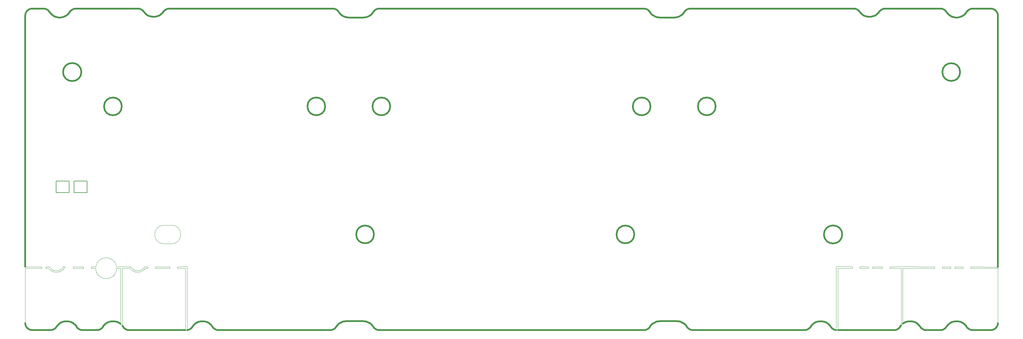
<source format=gbr>
%TF.GenerationSoftware,KiCad,Pcbnew,8.99.0-2194-gb3b7cbcab2*%
%TF.CreationDate,2024-09-18T03:31:56+07:00*%
%TF.ProjectId,Sebas_nuxros,53656261-735f-46e7-9578-726f732e6b69,rev?*%
%TF.SameCoordinates,Original*%
%TF.FileFunction,Profile,NP*%
%FSLAX46Y46*%
G04 Gerber Fmt 4.6, Leading zero omitted, Abs format (unit mm)*
G04 Created by KiCad (PCBNEW 8.99.0-2194-gb3b7cbcab2) date 2024-09-18 03:31:56*
%MOMM*%
%LPD*%
G01*
G04 APERTURE LIST*
%TA.AperFunction,Profile*%
%ADD10C,0.500000*%
%TD*%
%TA.AperFunction,Profile*%
%ADD11C,0.050000*%
%TD*%
%TA.AperFunction,Profile*%
%ADD12C,0.010000*%
%TD*%
%TA.AperFunction,Profile*%
%ADD13C,0.100000*%
%TD*%
%TA.AperFunction,Profile*%
%ADD14C,0.150000*%
%TD*%
G04 APERTURE END LIST*
D10*
X276519946Y-26204948D02*
X276858729Y-26051525D01*
X285322514Y-118070003D02*
X280902502Y-118070003D01*
X276517953Y-115736839D02*
X276164936Y-115620327D01*
X39450464Y-26168734D02*
X39821636Y-26229107D01*
X10330397Y-118049246D02*
X10042968Y-118070003D01*
X272742664Y-116551493D02*
X272497347Y-116830807D01*
X25158153Y-117366861D02*
X24955966Y-117572214D01*
X231373641Y-117987398D02*
X231092175Y-118049248D01*
X204711220Y-52493851D02*
G75*
G02*
X199511220Y-52493851I-2600000J0D01*
G01*
X199511220Y-52493851D02*
G75*
G02*
X204711220Y-52493851I2600000J0D01*
G01*
X58571418Y-117987376D02*
X58301766Y-117885715D01*
X103067539Y-26098765D02*
X103411152Y-25908766D01*
X279617323Y-23890773D02*
X279904878Y-23870003D01*
X185652400Y-52503851D02*
G75*
G02*
X180452400Y-52503851I-2600000J0D01*
G01*
X180452400Y-52503851D02*
G75*
G02*
X185652400Y-52503851I2600000J0D01*
G01*
X10611859Y-117987397D02*
X10330397Y-118049246D01*
X276858729Y-26051525D02*
X277179321Y-25863020D01*
X8040138Y-23870003D02*
X8327691Y-23890752D01*
X270877334Y-118049241D02*
X270589903Y-118070003D01*
X239026203Y-117746362D02*
X238796608Y-117572197D01*
X264989108Y-117572197D02*
X264786926Y-117366843D01*
X233231061Y-116299774D02*
X232957503Y-116551493D01*
X185924777Y-116522134D02*
X185663252Y-116814649D01*
X195933628Y-24368470D02*
X196163302Y-24194087D01*
X246865516Y-24735205D02*
X247095214Y-25032951D01*
X193372012Y-115497545D02*
X188399065Y-115497641D01*
X3541221Y-24187495D02*
X3791672Y-24050738D01*
X260042773Y-115890137D02*
X259722274Y-116078490D01*
X104285569Y-25126906D02*
X104512668Y-24806601D01*
X50918842Y-117746348D02*
X50666601Y-117885709D01*
X50666601Y-117885709D02*
X50396951Y-117987374D01*
X4622502Y-23870003D02*
X8040138Y-23870003D01*
X239548097Y-117987388D02*
X239278445Y-117885724D01*
X285607143Y-118049644D02*
X285322514Y-118070003D01*
X93259556Y-23952697D02*
X93529368Y-24054498D01*
X279904878Y-23870003D02*
X285322514Y-23870003D01*
X30222779Y-116078490D02*
X29902281Y-115890136D01*
X261467492Y-115502485D02*
X261097842Y-115541914D01*
X39821636Y-26229107D02*
X40197144Y-26249309D01*
X287141781Y-25039168D02*
X287241502Y-25306535D01*
X24726366Y-117746378D02*
X24474119Y-117885736D01*
X26681093Y-115890136D02*
X26360594Y-116078490D01*
X105111311Y-117746344D02*
X104881716Y-117572189D01*
D11*
X250600000Y-100000000D02*
X250600000Y-99500000D01*
D10*
X194150630Y-115585232D02*
X193763782Y-115519531D01*
X247095214Y-25032951D02*
X247355531Y-25304335D01*
X271680691Y-117746361D02*
X271428449Y-117885722D01*
X104885428Y-24368471D02*
X105115101Y-24194088D01*
D11*
X9600000Y-99500000D02*
X8600000Y-99500000D01*
D10*
X36473897Y-24039460D02*
X36718404Y-24167915D01*
X37315093Y-24735205D02*
X37544791Y-25032951D01*
X285885977Y-117988986D02*
X285607143Y-118049644D01*
X270877690Y-23890795D02*
X271159264Y-23952704D01*
X49502502Y-118070003D02*
X32947811Y-118070003D01*
X15661287Y-24806162D02*
X15831854Y-24573731D01*
X41656125Y-25930720D02*
X41989030Y-25755826D01*
X273636290Y-26051524D02*
X273975073Y-26204947D01*
X286632229Y-117581497D02*
X286403791Y-117752505D01*
X43079194Y-24735205D02*
X43251218Y-24519121D01*
D11*
X268800000Y-99500000D02*
X268800000Y-100000000D01*
D10*
X56415279Y-116078490D02*
X56094781Y-115890136D01*
X185659411Y-25126930D02*
X185920958Y-25419786D01*
X195846377Y-116522096D02*
X195553741Y-116260693D01*
X28105813Y-115502484D02*
X27736162Y-115541913D01*
X2803240Y-116900830D02*
X2703518Y-116633466D01*
X246493297Y-24328844D02*
X246693469Y-24519144D01*
X23635562Y-118070003D02*
X19355122Y-118070003D01*
X2939997Y-24788721D02*
X3111004Y-24560281D01*
X286153340Y-117889263D02*
X285885977Y-117988986D01*
X256602502Y-118090003D02*
X257284675Y-118049248D01*
X194890229Y-115843936D02*
X194527692Y-115693822D01*
X188396604Y-26445655D02*
X192596604Y-26445655D01*
X250856800Y-26068887D02*
X251206548Y-25930720D01*
X279335743Y-23952672D02*
X279617323Y-23890773D01*
D12*
X50002502Y-99490003D02*
X50002502Y-118057398D01*
D10*
X14143529Y-115541987D02*
X13780151Y-115620398D01*
X41306377Y-26068887D02*
X41656125Y-25930720D01*
X264616355Y-117134564D02*
X264402046Y-116830807D01*
X258690378Y-117134564D02*
X258519816Y-117366850D01*
X271681329Y-24193923D02*
X271910974Y-24368221D01*
X25788323Y-116551493D02*
X25543006Y-116830807D01*
X4059038Y-117988979D02*
X3791674Y-117889258D01*
X258519816Y-117366850D02*
X258317636Y-117572208D01*
X93439021Y-117366836D02*
X93236837Y-117572185D01*
X8609269Y-23952664D02*
X8879019Y-24054416D01*
X264786926Y-117366843D02*
X264616355Y-117134564D01*
X273974102Y-115736839D02*
X273635434Y-115890137D01*
X40943824Y-26168734D02*
X41306377Y-26068887D01*
X265218703Y-117746362D02*
X264989108Y-117572197D01*
X94611248Y-25126903D02*
X94872788Y-25419763D01*
X32660381Y-118049229D02*
X32378918Y-117987376D01*
D11*
X7400000Y-99500000D02*
X7400000Y-100002077D01*
D10*
X242282502Y-118050003D02*
X240502502Y-118066443D01*
X3312783Y-117581495D02*
X3111006Y-117379719D01*
X25543006Y-116830807D02*
X25328698Y-117134564D01*
D13*
X33400000Y-99500000D02*
X30502502Y-99490003D01*
D10*
X31040368Y-116830806D02*
X31002502Y-116787693D01*
X2642860Y-116354632D02*
X2622502Y-116070003D01*
X286632239Y-24358492D02*
X286834017Y-24560272D01*
X263584458Y-116078491D02*
X263263960Y-115890137D01*
X287241502Y-25306535D02*
X287302158Y-25585372D01*
X183743000Y-118070003D02*
X106202079Y-118070003D01*
X193753019Y-26249103D02*
X194115755Y-26098792D01*
X277751694Y-25389652D02*
X277997014Y-25110133D01*
X273975073Y-26204947D02*
X274328224Y-26321557D01*
X248288586Y-25930719D02*
X248638334Y-26068887D01*
X37544791Y-25032951D02*
X37805108Y-25304335D01*
X105633198Y-117987354D02*
X105363551Y-117885696D01*
X287241492Y-116633466D02*
X287141770Y-116900830D01*
X10466917Y-25641562D02*
X10765696Y-25863020D01*
X195731420Y-24574069D02*
X195933628Y-24368470D01*
X31857024Y-117746356D02*
X31627428Y-117572193D01*
X32378918Y-117987376D02*
X32109266Y-117885715D01*
D11*
X37800000Y-100000000D02*
G75*
G02*
X33200000Y-100000000I-2300000J1700000D01*
G01*
D10*
X13969943Y-26204948D02*
X14308726Y-26051525D01*
X180890000Y-90040000D02*
G75*
G02*
X175690000Y-90040000I-2600000J0D01*
G01*
X175690000Y-90040000D02*
G75*
G02*
X180890000Y-90040000I2600000J0D01*
G01*
X56094781Y-115890136D02*
X55756113Y-115736838D01*
X11778221Y-26321557D02*
X12141750Y-26400035D01*
X245218630Y-23870003D02*
X245494164Y-23889091D01*
X278584021Y-24368192D02*
X278813667Y-24193888D01*
D11*
X45425000Y-87350000D02*
X43225000Y-87350000D01*
D10*
X278209016Y-117134564D02*
X277994709Y-116830806D01*
X196967114Y-23890801D02*
X197254736Y-23870003D01*
X52553094Y-116078490D02*
X52254381Y-116299774D01*
X274327119Y-115620327D02*
X273974102Y-115736839D01*
X59140311Y-118070003D02*
X58852881Y-118049229D01*
X2703519Y-25306538D02*
X2803240Y-25039173D01*
D11*
X14300000Y-99500000D02*
X13800000Y-99500000D01*
D10*
X2703518Y-116633466D02*
X2642860Y-116354632D01*
X247643461Y-25546224D02*
X247955681Y-25755825D01*
X196415665Y-24054545D02*
X196685472Y-23952744D01*
X287322514Y-116070003D02*
X287302149Y-116354632D01*
X198028205Y-118070003D02*
X197740774Y-118049234D01*
D11*
X277200000Y-99500000D02*
X277200000Y-100000000D01*
D10*
X19355122Y-118070003D02*
X19067693Y-118049267D01*
X15254561Y-115541987D02*
X14884916Y-115502560D01*
X184829929Y-24194048D02*
X185059603Y-24368440D01*
X14513174Y-115502560D02*
X14143529Y-115541987D01*
X272113174Y-24573724D02*
X272283729Y-24806162D01*
D11*
X274700000Y-100000000D02*
X274700000Y-99500000D01*
D10*
X194527692Y-115693822D02*
X194150630Y-115585232D01*
X43675869Y-24167898D02*
X43920380Y-24039446D01*
X31254675Y-117134564D02*
X31040368Y-116830806D01*
X17447694Y-116830842D02*
X17202377Y-116551536D01*
D11*
X45425000Y-87350000D02*
G75*
G02*
X45425000Y-92775000I0J-2712500D01*
G01*
D10*
X109452400Y-52503851D02*
G75*
G02*
X104252400Y-52503851I-2600000J0D01*
G01*
X104252400Y-52503851D02*
G75*
G02*
X109452400Y-52503851I2600000J0D01*
G01*
X3791672Y-24050738D02*
X4059037Y-23951016D01*
X104281783Y-116814656D02*
X104020257Y-116522147D01*
X287302158Y-25585372D02*
X287322514Y-25870003D01*
X29210595Y-115620326D02*
X28847211Y-115541913D01*
X10042968Y-118070003D02*
X4622502Y-118070003D01*
X273016920Y-25641562D02*
X273315699Y-25863020D01*
X25328698Y-117134564D02*
X25158153Y-117366861D01*
X18516580Y-117885752D02*
X18264340Y-117746392D01*
X196685472Y-23952744D02*
X196967114Y-23890801D01*
X42849496Y-25032951D02*
X43079194Y-24735205D01*
X194115755Y-26098792D02*
X194459372Y-25908795D01*
X184311883Y-117987390D02*
X184030425Y-118049242D01*
X40572651Y-26229107D02*
X40943824Y-26168734D01*
D11*
X23254905Y-99500751D02*
G75*
G02*
X29325000Y-99500000I3035105J-464919D01*
G01*
D10*
X188007305Y-115519570D02*
X187620468Y-115585273D01*
X92485351Y-117987374D02*
X92203891Y-118049233D01*
X23922996Y-118049246D02*
X23635562Y-118070003D01*
D11*
X246900000Y-100000000D02*
X249500000Y-100000000D01*
D10*
X249372059Y-26229107D02*
X249747567Y-26249309D01*
X266022061Y-118049243D02*
X265740597Y-117987388D01*
X104679531Y-117366847D02*
X104508954Y-117134582D01*
X197189659Y-117885718D02*
X196937417Y-117746358D01*
X13427139Y-115736907D02*
X13088475Y-115890200D01*
X27019761Y-115736839D02*
X26681093Y-115890136D01*
X188004575Y-26423631D02*
X188396604Y-26445655D01*
X286834017Y-24560272D02*
X287005024Y-24788714D01*
X2642863Y-25585373D02*
X2703519Y-25306538D01*
X55403095Y-115620326D02*
X55039711Y-115541913D01*
X51735506Y-116830807D02*
X51521198Y-117134564D01*
X271158797Y-117987386D02*
X270877334Y-118049241D01*
X192596604Y-26445655D02*
X192988633Y-26423626D01*
X94098268Y-116522096D02*
X93836740Y-116814612D01*
X286153347Y-24050723D02*
X286403799Y-24187482D01*
X29902281Y-115890136D02*
X29563613Y-115736838D01*
X43451388Y-24328813D02*
X43675869Y-24167898D01*
X259722274Y-116078490D02*
X259502502Y-116241296D01*
X195553741Y-116260693D02*
X195233684Y-116033688D01*
X277177120Y-116078490D02*
X276856622Y-115890137D01*
X101545986Y-115497595D02*
X96572587Y-115497545D01*
X233529774Y-116078490D02*
X233231061Y-116299774D01*
X250123074Y-26229107D02*
X250494247Y-26168734D01*
X106202079Y-118070003D02*
X105914655Y-118049207D01*
X16263690Y-24193919D02*
X16516005Y-24054444D01*
X51521198Y-117134564D02*
X51350621Y-117366836D01*
X11950396Y-116830842D02*
X11736087Y-117134591D01*
X43251218Y-24519121D02*
X43451388Y-24328813D01*
X286834006Y-117379720D02*
X286632229Y-117581497D01*
X287005013Y-117151281D02*
X286834006Y-117379720D01*
X93529368Y-24054498D02*
X93781734Y-24194046D01*
X24474119Y-117885736D02*
X24204463Y-117987396D01*
X194459372Y-25908795D02*
X194779544Y-25681505D01*
X263263960Y-115890137D02*
X262925292Y-115736839D01*
X92690279Y-23870003D02*
X92977907Y-23890758D01*
X273635434Y-115890137D02*
X273314935Y-116078491D01*
X245764443Y-23945942D02*
X246024313Y-24039484D01*
X231643296Y-117885737D02*
X231373641Y-117987398D01*
X185059603Y-24368440D02*
X185261807Y-24574050D01*
X183738473Y-23870003D02*
X184026101Y-23890762D01*
X235274993Y-115502484D02*
X234905342Y-115541913D01*
D13*
X259002502Y-100000000D02*
X259002502Y-116719435D01*
D10*
X53212261Y-115736839D02*
X52873593Y-115890136D01*
D13*
X259502502Y-116241296D02*
X259502502Y-100000000D01*
D10*
X253001829Y-24328832D02*
X253226307Y-24167918D01*
X287322514Y-25870003D02*
X287300000Y-99600000D01*
X104690001Y-90040000D02*
G75*
G02*
X99490001Y-90040000I-2600000J0D01*
G01*
X99490001Y-90040000D02*
G75*
G02*
X104690001Y-90040000I2600000J0D01*
G01*
X259002502Y-116719435D02*
X258904686Y-116830807D01*
X30502502Y-116285706D02*
X30222779Y-116078490D01*
X238209548Y-116830806D02*
X237964231Y-116551493D01*
D11*
X37600000Y-99500000D02*
G75*
G02*
X33400000Y-99500000I-2100000J1200001D01*
G01*
D10*
X230804742Y-118070003D02*
X198028205Y-118070003D01*
X3111004Y-24560281D02*
X3312781Y-24358503D01*
X57617746Y-117366841D02*
X57447175Y-117134564D01*
X103727633Y-116260750D02*
X103407589Y-116033750D01*
X262208891Y-115541914D02*
X261839240Y-115502485D01*
X93609598Y-117134564D02*
X93439021Y-117366836D01*
X2939998Y-117151280D02*
X2803240Y-116900830D01*
X12141750Y-26400035D02*
X12511555Y-26439497D01*
D11*
X40700000Y-100000000D02*
X44900000Y-100000000D01*
D10*
X279333246Y-117987437D02*
X279063589Y-117885770D01*
X231092175Y-118049248D02*
X230804742Y-118070003D01*
X272497347Y-116830807D02*
X272283039Y-117134564D01*
X234188941Y-115736839D02*
X233850273Y-115890136D01*
D13*
X31000000Y-100000000D02*
X31002502Y-116787693D01*
D10*
X270589903Y-118070003D02*
X266309492Y-118070003D01*
X247955681Y-25755825D02*
X248288586Y-25930719D01*
X92755001Y-117885709D02*
X92485351Y-117987374D01*
X52873593Y-115890136D02*
X52553094Y-116078490D01*
X247355531Y-25304335D02*
X247643461Y-25546224D01*
X37805108Y-25304335D02*
X38093038Y-25546224D01*
X265740597Y-117987388D02*
X265470945Y-117885724D01*
X103407589Y-116033750D02*
X103064147Y-115844001D01*
X280902502Y-118070003D02*
X279902152Y-118070003D01*
X250494247Y-26168734D02*
X250856800Y-26068887D01*
X251539453Y-25755826D02*
X251851673Y-25546224D01*
D11*
X273500000Y-100000000D02*
X271100000Y-100000000D01*
D10*
X253470814Y-24039465D02*
X253730686Y-23945922D01*
X95416926Y-115693825D02*
X95054396Y-115843939D01*
D11*
X279400000Y-100000000D02*
X287300000Y-100000000D01*
D10*
X277994709Y-116830806D02*
X277749392Y-116551493D01*
X276856622Y-115890137D02*
X276517953Y-115736839D01*
X251851673Y-25546224D02*
X252139603Y-25304335D01*
X27736162Y-115541913D02*
X27372778Y-115620326D01*
X29563613Y-115736838D02*
X29210595Y-115620326D01*
X10193322Y-25389652D02*
X10466917Y-25641562D01*
X38738163Y-25930719D02*
X39087911Y-26068887D01*
X19005000Y-42435000D02*
G75*
G02*
X13705000Y-42435000I-2650000J0D01*
G01*
X13705000Y-42435000D02*
G75*
G02*
X19005000Y-42435000I2650000J0D01*
G01*
X258904686Y-116830807D02*
X258690378Y-117134564D01*
X28847211Y-115541913D02*
X28477561Y-115502484D01*
X101937743Y-115519588D02*
X101545986Y-115497595D01*
X248638334Y-26068887D02*
X249000887Y-26168734D01*
D11*
X14300000Y-99500000D02*
G75*
G02*
X9397190Y-100002077I-2600000J1200000D01*
G01*
X44900000Y-99500000D02*
X40700000Y-99500000D01*
D10*
X3791674Y-117889258D02*
X3541223Y-117752502D01*
X275061558Y-26439497D02*
X275433462Y-26439497D01*
X254000968Y-23889073D02*
X254276504Y-23870003D01*
D11*
X44900000Y-100000000D02*
X44900000Y-99500000D01*
D10*
X91916462Y-118070003D02*
X59140311Y-118070003D01*
X12767980Y-116078548D02*
X12469270Y-116299825D01*
X44180256Y-23945906D02*
X44450542Y-23889064D01*
X286403799Y-24187482D02*
X286632239Y-24358492D01*
X237690673Y-116299774D02*
X237391959Y-116078490D01*
D13*
X240502502Y-118066443D02*
X240502502Y-100000000D01*
D10*
X12883459Y-26439497D02*
X13253263Y-26400035D01*
D11*
X249500000Y-99500000D02*
X246900000Y-99490003D01*
D10*
X274691753Y-26400035D02*
X275061558Y-26439497D01*
D11*
X49502502Y-100000000D02*
X47100000Y-100000000D01*
D10*
X279614715Y-118049291D02*
X279333246Y-117987437D01*
X50115491Y-118049233D02*
X50002502Y-118057398D01*
X254276504Y-23870003D02*
X270590141Y-23870003D01*
X13253263Y-26400035D02*
X13616793Y-26321557D01*
X274328224Y-26321557D02*
X274691753Y-26400035D01*
D11*
X250600000Y-99500000D02*
X253500000Y-99500000D01*
D10*
X36718404Y-24167915D02*
X36942882Y-24328830D01*
X39087911Y-26068887D02*
X39450464Y-26168734D01*
X93236837Y-117572185D02*
X93007242Y-117746348D01*
D11*
X45425000Y-92775000D02*
X43225000Y-92775000D01*
X273500000Y-99500000D02*
X273500000Y-100000000D01*
D10*
X186213661Y-25681504D02*
X186533836Y-25908791D01*
X9733726Y-24806162D02*
X9948002Y-25110133D01*
X16516005Y-24054444D02*
X16785752Y-23952695D01*
D11*
X271100000Y-100000000D02*
X271100000Y-99500000D01*
D10*
X103731323Y-25681478D02*
X104024023Y-25419760D01*
D11*
X259002502Y-100000000D02*
X255700000Y-100000000D01*
D10*
X2622502Y-25870003D02*
X2642863Y-25585373D01*
X51350621Y-117366836D02*
X51148437Y-117572185D01*
X11086287Y-26051524D02*
X11425070Y-26204947D01*
X260381441Y-115736839D02*
X260042773Y-115890137D01*
X197459311Y-117987380D02*
X197189659Y-117885718D01*
X238796608Y-117572197D02*
X238594426Y-117366843D01*
X279063589Y-117885770D02*
X278811345Y-117746401D01*
X3541223Y-117752502D02*
X3312783Y-117581495D01*
X95485654Y-25908775D02*
X95829268Y-26098773D01*
X232497878Y-117134564D02*
X232327316Y-117366850D01*
D11*
X2600000Y-100000000D02*
X2622502Y-116070003D01*
D10*
X272112469Y-117366843D02*
X271910287Y-117572196D01*
X278211290Y-24806162D02*
X278381823Y-24573704D01*
D11*
X38500000Y-99500000D02*
X38500000Y-100000000D01*
D10*
X252801659Y-24519137D02*
X253001829Y-24328832D01*
X16309615Y-115890200D02*
X15970951Y-115736907D01*
X95829268Y-26098773D02*
X96192000Y-26249088D01*
D11*
X253500000Y-100000000D02*
X250600000Y-100000000D01*
D10*
X272743325Y-25389652D02*
X273016920Y-25641562D01*
X271159264Y-23952704D02*
X271429012Y-24054451D01*
X14928097Y-25641563D02*
X15201691Y-25389652D01*
X17202377Y-116551536D02*
X16928820Y-116299825D01*
X195560870Y-24806604D02*
X195731420Y-24574069D01*
X101940431Y-26423631D02*
X102327522Y-26357827D01*
X185265545Y-117366871D02*
X185063363Y-117572217D01*
X90415615Y-52495005D02*
G75*
G02*
X85215615Y-52495005I-2600000J0D01*
G01*
X85215615Y-52495005D02*
G75*
G02*
X90415615Y-52495005I2600000J0D01*
G01*
X193763782Y-115519531D02*
X193372012Y-115497545D01*
X96956380Y-26423623D02*
X97348406Y-26445647D01*
X245494164Y-23889091D02*
X245764443Y-23945942D01*
X57232868Y-116830806D02*
X56987551Y-116551493D01*
X11363352Y-117572227D02*
X11133755Y-117746385D01*
X105363551Y-117885696D02*
X105111311Y-117746344D01*
X196937417Y-117746358D02*
X196707821Y-117572194D01*
X58852881Y-118049229D02*
X58571418Y-117987376D01*
X285322514Y-23870003D02*
X285607145Y-23890339D01*
X9563178Y-24573714D02*
X9733726Y-24806162D01*
X286403791Y-117752505D02*
X286153340Y-117889263D01*
X264402046Y-116830807D02*
X264156730Y-116551494D01*
X104020257Y-116522147D02*
X103727633Y-116260750D01*
X231895540Y-117746376D02*
X231643296Y-117885737D01*
X30871166Y-52503818D02*
G75*
G02*
X25671166Y-52503818I-2600000J0D01*
G01*
X25671166Y-52503818D02*
G75*
G02*
X30871166Y-52503818I2600000J0D01*
G01*
D11*
X30502502Y-100000000D02*
X29340203Y-100000000D01*
D10*
X11565537Y-117366879D02*
X11363352Y-117572227D01*
X265470945Y-117885724D02*
X265218703Y-117746362D01*
X275801552Y-115541914D02*
X275431902Y-115502485D01*
X11425070Y-26204947D02*
X11778221Y-26321557D01*
X234905342Y-115541913D02*
X234541958Y-115620326D01*
X233850273Y-115890136D02*
X233529774Y-116078490D01*
X17662003Y-117134591D02*
X17447694Y-116830842D01*
X4337873Y-118049635D02*
X4059038Y-117988979D01*
X38405258Y-25755825D02*
X38738163Y-25930719D01*
X54670061Y-115502484D02*
X54298313Y-115502484D01*
X16034049Y-24368222D02*
X16263690Y-24193919D01*
X56987551Y-116551493D02*
X56713993Y-116299774D01*
X273314935Y-116078491D02*
X273016222Y-116299775D01*
X54298313Y-115502484D02*
X53928662Y-115541913D01*
X18034747Y-117572226D02*
X17832569Y-117366871D01*
D11*
X279400000Y-99500000D02*
X279400000Y-100000000D01*
D10*
X271429012Y-24054451D02*
X271681329Y-24193923D01*
X4337872Y-23890360D02*
X4622502Y-23870003D01*
X185920958Y-25419786D02*
X186213661Y-25681504D01*
X9360981Y-24368201D02*
X9563178Y-24573714D01*
X253226307Y-24167918D02*
X253470814Y-24039465D01*
X41989030Y-25755826D02*
X42301250Y-25546224D01*
X186880891Y-115843978D02*
X186537446Y-116033730D01*
X276280039Y-42435000D02*
G75*
G02*
X271080039Y-42435000I-2600000J0D01*
G01*
X271080039Y-42435000D02*
G75*
G02*
X276280039Y-42435000I2600000J0D01*
G01*
D11*
X13800000Y-99500000D02*
G75*
G02*
X9600000Y-99500000I-2100000J1200001D01*
G01*
D10*
X18264340Y-117746392D02*
X18034747Y-117572226D01*
X105367463Y-24054546D02*
X105637269Y-23952745D01*
X4622502Y-118070003D02*
X4337873Y-118049635D01*
X12195713Y-116551536D02*
X11950396Y-116830842D01*
X185432339Y-24806604D02*
X185659411Y-25126930D01*
D11*
X240502502Y-100000000D02*
X244700000Y-100000000D01*
X38500000Y-100000000D02*
X37800000Y-100000000D01*
D10*
X196107913Y-116814613D02*
X195846377Y-116522096D01*
D11*
X255700000Y-99500000D02*
X259002502Y-99490003D01*
X7400000Y-99500000D02*
X2600000Y-99500000D01*
D10*
X232125136Y-117572208D02*
X231895540Y-117746376D01*
X26360594Y-116078490D02*
X26061881Y-116299774D01*
X31425246Y-117366841D02*
X31254675Y-117134564D01*
X239278445Y-117885724D02*
X239026203Y-117746362D01*
X51148437Y-117572185D02*
X50918842Y-117746348D01*
X42301250Y-25546224D02*
X42589180Y-25304335D01*
X9948002Y-25110133D02*
X10193322Y-25389652D01*
X184833770Y-117746375D02*
X184581531Y-117885731D01*
X94384143Y-24806601D02*
X94611248Y-25126903D01*
X55756113Y-115736838D02*
X55403095Y-115620326D01*
X103411152Y-25908766D02*
X103731323Y-25681478D01*
X185663252Y-116814649D02*
X185436115Y-117134599D01*
X50396951Y-117987374D02*
X50115491Y-118049233D01*
X16928820Y-116299825D02*
X16630110Y-116078548D01*
X195233684Y-116033688D02*
X194890229Y-115843936D01*
D11*
X259502502Y-100000000D02*
X268800000Y-100000000D01*
D10*
X279065989Y-24054416D02*
X279335743Y-23952672D01*
X97348406Y-26445647D02*
X101548406Y-26445647D01*
X104881716Y-117572189D02*
X104679531Y-117366847D01*
X195072242Y-25419781D02*
X195333781Y-25126919D01*
X56713993Y-116299774D02*
X56415279Y-116078490D01*
X287141770Y-116900830D02*
X287005013Y-117151281D01*
X102704807Y-26249082D02*
X103067539Y-26098765D01*
X102327522Y-26357827D02*
X102704807Y-26249082D01*
X13616793Y-26321557D02*
X13969943Y-26204948D01*
X52254381Y-116299774D02*
X51980823Y-116551493D01*
D11*
X43225000Y-92775000D02*
G75*
G02*
X43225000Y-87350000I0J2712500D01*
G01*
X279400000Y-99500000D02*
X287300000Y-99600000D01*
D10*
X53928662Y-115541913D02*
X53565278Y-115620326D01*
D13*
X30502502Y-116285706D02*
X30502502Y-100000000D01*
D10*
X42589180Y-25304335D02*
X42849496Y-25032951D01*
X187617480Y-26357837D02*
X188004575Y-26423631D01*
X43920380Y-24039446D02*
X44180256Y-23945906D01*
D13*
X240002502Y-99490003D02*
X240002502Y-118061734D01*
D10*
X10881511Y-117885740D02*
X10611859Y-117987397D01*
X96569287Y-26357828D02*
X96956380Y-26423623D01*
X252629617Y-24735205D02*
X252801659Y-24519137D01*
X104024023Y-25419760D02*
X104285569Y-25126906D01*
X44726081Y-23870003D02*
X92690279Y-23870003D01*
X17832569Y-117366871D02*
X17662003Y-117134591D01*
D13*
X50002502Y-99490003D02*
X49502502Y-99490003D01*
D11*
X23254905Y-99500751D02*
X21900000Y-99500000D01*
D10*
X246693469Y-24519144D02*
X246865516Y-24735205D01*
X58301766Y-117885715D02*
X58049524Y-117746356D01*
X36214025Y-23945915D02*
X36473897Y-24039460D01*
D11*
X47100000Y-99500000D02*
X49502502Y-99490003D01*
D10*
X241736775Y-90051263D02*
G75*
G02*
X236436775Y-90051263I-2650000J0D01*
G01*
X236436775Y-90051263D02*
G75*
G02*
X241736775Y-90051263I2650000J0D01*
G01*
X272498005Y-25110133D02*
X272743325Y-25389652D01*
X236379775Y-115620326D02*
X236016391Y-115541913D01*
D11*
X287300000Y-100000000D02*
X287322514Y-116070003D01*
X33200000Y-100000000D02*
X31000000Y-100000000D01*
D10*
X196335068Y-117134564D02*
X196107913Y-116814613D01*
X260734458Y-115620327D02*
X260381441Y-115736839D01*
X188399065Y-115497641D02*
X188007305Y-115519570D01*
X278379576Y-117366857D02*
X278209016Y-117134564D01*
X92977907Y-23890758D02*
X93259556Y-23952697D01*
X104508954Y-117134582D02*
X104281783Y-116814656D01*
X271428449Y-117885722D02*
X271158797Y-117987386D01*
X186877454Y-26098787D02*
X187240190Y-26249099D01*
X273016222Y-116299775D02*
X272742664Y-116551493D01*
X15617939Y-115620398D02*
X15254561Y-115541987D01*
X272283039Y-117134564D02*
X272112469Y-117366843D01*
X253730686Y-23945922D02*
X254000968Y-23889073D01*
X12511555Y-26439497D02*
X12883459Y-26439497D01*
D11*
X246900000Y-99490003D02*
X246900000Y-100000000D01*
D10*
X285607145Y-23890339D02*
X285885982Y-23950999D01*
X96180823Y-115519535D02*
X95793982Y-115585236D01*
X44450542Y-23889064D02*
X44726081Y-23870003D01*
X239829561Y-118049243D02*
X239548097Y-117987388D01*
X58049524Y-117746356D02*
X57819928Y-117572193D01*
X16630110Y-116078548D02*
X16309615Y-115890200D01*
X278581751Y-117572225D02*
X278379576Y-117366857D01*
X95054396Y-115843939D02*
X94710947Y-116033690D01*
X238594426Y-117366843D02*
X238423855Y-117134564D01*
X26061881Y-116299774D02*
X25788323Y-116551493D01*
X184030425Y-118049242D02*
X183743000Y-118070003D01*
X16785752Y-23952695D02*
X17067326Y-23890786D01*
X236016391Y-115541913D02*
X235646741Y-115502484D01*
D13*
X49502502Y-118070003D02*
X49502502Y-100000000D01*
D10*
X258088040Y-117746376D02*
X257835796Y-117885737D01*
X270590141Y-23870003D02*
X270877690Y-23890795D01*
D11*
X30502502Y-99490003D02*
X29325000Y-99500000D01*
D10*
X15831854Y-24573731D02*
X16034049Y-24368222D01*
X8327691Y-23890752D02*
X8609269Y-23952664D01*
X232957503Y-116551493D02*
X232712186Y-116830807D01*
X19067693Y-118049267D02*
X18786231Y-117987415D01*
D11*
X19725000Y-100000000D02*
X16600000Y-100000000D01*
D10*
X184026101Y-23890762D02*
X184307750Y-23952700D01*
X236732793Y-115736838D02*
X236379775Y-115620326D01*
D11*
X7400000Y-100002077D02*
X2600000Y-100000000D01*
D10*
X271910974Y-24368221D02*
X272113174Y-24573724D01*
X196505639Y-117366842D02*
X196335068Y-117134564D01*
X10765696Y-25863020D02*
X11086287Y-26051524D01*
X31627428Y-117572193D02*
X31425246Y-117366841D01*
X277475834Y-116299774D02*
X277177120Y-116078490D01*
X13780151Y-115620398D02*
X13427139Y-115736907D01*
X262572275Y-115620327D02*
X262208891Y-115541914D01*
X2803240Y-25039173D02*
X2939997Y-24788721D01*
X185063363Y-117572217D02*
X184833770Y-117746375D01*
D11*
X244700000Y-99490003D02*
X244700000Y-100000000D01*
D10*
X14308726Y-26051525D02*
X14629318Y-25863020D01*
D11*
X19725000Y-99500000D02*
X19725000Y-100000000D01*
D10*
X105918910Y-23890801D02*
X106206532Y-23870003D01*
X93836740Y-116814612D02*
X93609598Y-117134564D01*
X277997014Y-25110133D02*
X278211290Y-24806162D01*
X102701624Y-115693886D02*
X102324576Y-115585294D01*
X242282502Y-118050003D02*
X242782502Y-118050003D01*
X57447175Y-117134564D02*
X57232868Y-116830806D01*
X96192000Y-26249088D02*
X96569287Y-26357828D01*
X275433462Y-26439497D02*
X275803266Y-26400035D01*
X237964231Y-116551493D02*
X237690673Y-116299774D01*
X258317636Y-117572208D02*
X258088040Y-117746376D01*
X186537446Y-116033730D02*
X186217401Y-116260733D01*
X273315699Y-25863020D02*
X273636290Y-26051524D01*
D11*
X271100000Y-99500000D02*
X273500000Y-99500000D01*
X16600000Y-100000000D02*
X16600000Y-99500000D01*
D10*
X272283729Y-24806162D02*
X272498005Y-25110133D01*
X27372778Y-115620326D02*
X27019761Y-115736839D01*
X237071461Y-115890136D02*
X236732793Y-115736838D01*
X277749392Y-116551493D02*
X277475834Y-116299774D01*
X51980823Y-116551493D02*
X51735506Y-116830807D01*
X95793982Y-115585236D02*
X95416926Y-115693825D01*
X185261807Y-24574050D02*
X185432339Y-24806604D01*
X192988633Y-26423626D02*
X193375728Y-26357837D01*
X95165484Y-25681485D02*
X95485654Y-25908775D01*
X264156730Y-116551494D02*
X263883172Y-116299775D01*
X257835796Y-117885737D02*
X257566141Y-117987398D01*
X278381823Y-24573704D02*
X278584021Y-24368192D01*
X277478100Y-25641563D02*
X277751694Y-25389652D01*
X197740774Y-118049234D02*
X197459311Y-117987380D01*
X96572587Y-115497545D02*
X96180823Y-115519535D01*
X184581531Y-117885731D02*
X184311883Y-117987390D01*
X103064147Y-115844001D02*
X102701624Y-115693886D01*
X9131337Y-24193895D02*
X9360981Y-24368201D01*
X4059037Y-23951016D02*
X4337872Y-23890360D01*
X105914655Y-118049207D02*
X105633198Y-117987354D01*
X15201691Y-25389652D02*
X15447011Y-25110133D01*
D11*
X253500000Y-99500000D02*
X253500000Y-100000000D01*
D10*
X194779544Y-25681505D02*
X195072242Y-25419781D01*
X2600000Y-99500000D02*
X2622502Y-25870003D01*
D11*
X47100000Y-99500000D02*
X47100000Y-100000000D01*
D10*
X251206548Y-25930720D02*
X251539453Y-25755826D01*
D11*
X16600000Y-99500000D02*
X19725000Y-99500000D01*
D10*
X93007242Y-117746348D02*
X92755001Y-117885709D01*
D11*
X249500000Y-100000000D02*
X249500000Y-99500000D01*
D10*
X3111006Y-117379719D02*
X2939998Y-117151280D01*
X240002502Y-118061734D02*
X239829561Y-118049243D01*
X261839240Y-115502485D02*
X261467492Y-115502485D01*
X11736087Y-117134591D02*
X11565537Y-117366879D01*
X238423855Y-117134564D02*
X238209548Y-116830806D01*
X24955966Y-117572214D02*
X24726366Y-117746378D01*
X37143051Y-24519136D02*
X37315093Y-24735205D01*
X276166796Y-26321557D02*
X276519946Y-26204948D01*
X263883172Y-116299775D02*
X263584458Y-116078491D01*
D11*
X255700000Y-100000000D02*
X255700000Y-99500000D01*
D10*
X261097842Y-115541914D02*
X260734458Y-115620327D01*
X275431902Y-115502485D02*
X275060154Y-115502485D01*
X93781734Y-24194046D02*
X94011407Y-24368437D01*
X279902152Y-118070003D02*
X279614715Y-118049291D01*
X55039711Y-115541913D02*
X54670061Y-115502484D01*
X184577563Y-24054501D02*
X184829929Y-24194048D01*
X257566141Y-117987398D02*
X257284675Y-118049248D01*
X185436115Y-117134599D02*
X185265545Y-117366871D01*
X274690503Y-115541914D02*
X274327119Y-115620327D01*
X262925292Y-115736839D02*
X262572275Y-115620327D01*
X94710947Y-116033690D02*
X94390897Y-116260694D01*
X35943744Y-23889065D02*
X36214025Y-23945915D01*
D11*
X8600000Y-99500000D02*
X8600000Y-100000000D01*
D10*
X17354875Y-23870003D02*
X35668207Y-23870003D01*
X276164936Y-115620327D02*
X275801552Y-115541914D01*
X278813667Y-24193888D02*
X279065989Y-24054416D01*
X278811345Y-117746401D02*
X278581751Y-117572225D01*
X105115101Y-24194088D02*
X105367463Y-24054546D01*
X94011407Y-24368437D02*
X94213611Y-24574047D01*
X196707821Y-117572194D02*
X196505639Y-117366842D01*
X287005024Y-24788714D02*
X287141781Y-25039168D01*
X53565278Y-115620326D02*
X53212261Y-115736839D01*
X271910287Y-117572196D02*
X271680691Y-117746361D01*
X12469270Y-116299825D02*
X12195713Y-116551536D01*
X104683220Y-24574069D02*
X104885428Y-24368471D01*
X13088475Y-115890200D02*
X12767980Y-116078548D01*
X252399919Y-25032951D02*
X252629617Y-24735205D01*
X92203891Y-118049233D02*
X91916462Y-118070003D01*
D11*
X274700000Y-99500000D02*
X277200000Y-99500000D01*
D10*
X246024313Y-24039484D02*
X246268818Y-24167935D01*
X14629318Y-25863020D02*
X14928097Y-25641563D01*
X24204463Y-117987396D02*
X23922996Y-118049246D01*
D13*
X244700000Y-99490003D02*
X240002502Y-99490003D01*
D11*
X40700000Y-99500000D02*
X40700000Y-100000000D01*
D10*
X256602502Y-118090003D02*
X242782502Y-118050003D01*
X266309492Y-118070003D02*
X266022061Y-118049243D01*
X15970951Y-115736907D02*
X15617939Y-115620398D01*
X197254736Y-23870003D02*
X245218630Y-23870003D01*
X196163302Y-24194087D02*
X196415665Y-24054545D01*
X8879019Y-24054416D02*
X9131337Y-24193895D01*
X101548406Y-26445647D02*
X101940431Y-26423631D01*
X249000887Y-26168734D02*
X249372059Y-26229107D01*
X235646741Y-115502484D02*
X235274993Y-115502484D01*
X184307750Y-23952700D02*
X184577563Y-24054501D01*
X38093038Y-25546224D02*
X38405258Y-25755825D01*
D13*
X268800000Y-99500000D02*
X259002502Y-99490003D01*
D10*
X232712186Y-116830807D02*
X232497878Y-117134564D01*
X287302149Y-116354632D02*
X287241492Y-116633466D01*
X18786231Y-117987415D02*
X18516580Y-117885752D01*
X193375728Y-26357837D02*
X193753019Y-26249103D01*
X234541958Y-115620326D02*
X234188941Y-115736839D01*
X35668207Y-23870003D02*
X35943744Y-23889065D01*
D11*
X277200000Y-100000000D02*
X274700000Y-100000000D01*
X29340203Y-100000000D02*
G75*
G02*
X23239817Y-100000002I-3050193J34330D01*
G01*
D10*
X187243417Y-115693864D02*
X186880891Y-115843978D01*
X246268818Y-24167935D02*
X246493297Y-24328844D01*
X187240190Y-26249099D02*
X187617480Y-26357837D01*
X275803266Y-26400035D02*
X276166796Y-26321557D01*
X285885982Y-23950999D02*
X286153347Y-24050723D01*
X249747567Y-26249309D02*
X250123074Y-26229107D01*
X195333781Y-25126919D02*
X195560870Y-24806604D01*
X15447011Y-25110133D02*
X15661287Y-24806162D01*
X277179321Y-25863020D02*
X277478100Y-25641563D01*
D11*
X21900000Y-100000000D02*
X21900000Y-99500000D01*
D10*
X187620468Y-115585273D02*
X187243417Y-115693864D01*
D11*
X37600000Y-99500000D02*
X38500000Y-99500000D01*
D10*
X275060154Y-115502485D02*
X274690503Y-115541914D01*
X94213611Y-24574047D02*
X94384143Y-24806601D01*
X105637269Y-23952745D02*
X105918910Y-23890801D01*
X186533836Y-25908791D02*
X186877454Y-26098787D01*
X17067326Y-23890786D02*
X17354875Y-23870003D01*
D11*
X23240010Y-100000000D02*
X21900000Y-100000000D01*
D10*
X232327316Y-117366850D02*
X232125136Y-117572208D01*
X102324576Y-115585294D02*
X101937743Y-115519588D01*
X40197144Y-26249309D02*
X40572651Y-26229107D01*
X14884916Y-115502560D02*
X14513174Y-115502560D01*
X36942882Y-24328830D02*
X37143051Y-24519136D01*
X104512668Y-24806601D02*
X104683220Y-24574069D01*
X32947811Y-118070003D02*
X32660381Y-118049229D01*
X94390897Y-116260694D02*
X94098268Y-116522096D01*
X106206532Y-23870003D02*
X183738473Y-23870003D01*
X3312781Y-24358503D02*
X3541221Y-24187495D01*
X237391959Y-116078490D02*
X237071461Y-115890136D01*
D11*
X8600000Y-100000000D02*
X9397190Y-100002077D01*
D10*
X32109266Y-117885715D02*
X31857024Y-117746356D01*
X94872788Y-25419763D02*
X95165484Y-25681485D01*
X28477561Y-115502484D02*
X28105813Y-115502484D01*
X57819928Y-117572193D02*
X57617746Y-117366841D01*
X186217401Y-116260733D02*
X185924777Y-116522134D01*
X252139603Y-25304335D02*
X252399919Y-25032951D01*
X11133755Y-117746385D02*
X10881511Y-117885740D01*
D14*
%TO.C,Dled1*%
X11677500Y-77797500D02*
X11677500Y-74397500D01*
X15477500Y-74397500D02*
X11677500Y-74397500D01*
X15477500Y-77797500D02*
X11677500Y-77797500D01*
X15477500Y-77797500D02*
X15477500Y-74397500D01*
%TO.C,Dled2*%
X16870000Y-77810000D02*
X16870000Y-74410000D01*
X20670000Y-74410000D02*
X16870000Y-74410000D01*
X20670000Y-77810000D02*
X16870000Y-77810000D01*
X20670000Y-77810000D02*
X20670000Y-74410000D01*
%TD*%
M02*

</source>
